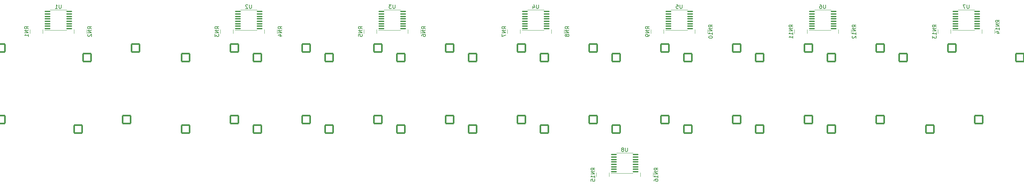
<source format=gbr>
%TF.GenerationSoftware,KiCad,Pcbnew,7.0.1*%
%TF.CreationDate,2023-05-09T15:13:21+09:00*%
%TF.ProjectId,Pherk60,50686572-6b36-4302-9e6b-696361645f70,rev?*%
%TF.SameCoordinates,Original*%
%TF.FileFunction,Legend,Bot*%
%TF.FilePolarity,Positive*%
%FSLAX46Y46*%
G04 Gerber Fmt 4.6, Leading zero omitted, Abs format (unit mm)*
G04 Created by KiCad (PCBNEW 7.0.1) date 2023-05-09 15:13:21*
%MOMM*%
%LPD*%
G01*
G04 APERTURE LIST*
G04 Aperture macros list*
%AMRoundRect*
0 Rectangle with rounded corners*
0 $1 Rounding radius*
0 $2 $3 $4 $5 $6 $7 $8 $9 X,Y pos of 4 corners*
0 Add a 4 corners polygon primitive as box body*
4,1,4,$2,$3,$4,$5,$6,$7,$8,$9,$2,$3,0*
0 Add four circle primitives for the rounded corners*
1,1,$1+$1,$2,$3*
1,1,$1+$1,$4,$5*
1,1,$1+$1,$6,$7*
1,1,$1+$1,$8,$9*
0 Add four rect primitives between the rounded corners*
20,1,$1+$1,$2,$3,$4,$5,0*
20,1,$1+$1,$4,$5,$6,$7,0*
20,1,$1+$1,$6,$7,$8,$9,0*
20,1,$1+$1,$8,$9,$2,$3,0*%
G04 Aperture macros list end*
%ADD10C,0.150000*%
%ADD11C,0.120000*%
%ADD12C,1.701800*%
%ADD13C,3.000000*%
%ADD14C,3.987800*%
%ADD15RoundRect,0.200000X-1.075000X-1.050000X1.075000X-1.050000X1.075000X1.050000X-1.075000X1.050000X0*%
%ADD16C,3.048000*%
%ADD17R,0.500000X0.800000*%
%ADD18R,0.400000X0.800000*%
%ADD19RoundRect,0.100000X-0.637500X-0.100000X0.637500X-0.100000X0.637500X0.100000X-0.637500X0.100000X0*%
%ADD20C,1.600000*%
G04 APERTURE END LIST*
D10*
%TO.C,RN3*%
X96982619Y-66048023D02*
X96506428Y-65714690D01*
X96982619Y-65476595D02*
X95982619Y-65476595D01*
X95982619Y-65476595D02*
X95982619Y-65857547D01*
X95982619Y-65857547D02*
X96030238Y-65952785D01*
X96030238Y-65952785D02*
X96077857Y-66000404D01*
X96077857Y-66000404D02*
X96173095Y-66048023D01*
X96173095Y-66048023D02*
X96315952Y-66048023D01*
X96315952Y-66048023D02*
X96411190Y-66000404D01*
X96411190Y-66000404D02*
X96458809Y-65952785D01*
X96458809Y-65952785D02*
X96506428Y-65857547D01*
X96506428Y-65857547D02*
X96506428Y-65476595D01*
X96982619Y-66476595D02*
X95982619Y-66476595D01*
X95982619Y-66476595D02*
X96982619Y-67048023D01*
X96982619Y-67048023D02*
X95982619Y-67048023D01*
X95982619Y-67428976D02*
X95982619Y-68048023D01*
X95982619Y-68048023D02*
X96363571Y-67714690D01*
X96363571Y-67714690D02*
X96363571Y-67857547D01*
X96363571Y-67857547D02*
X96411190Y-67952785D01*
X96411190Y-67952785D02*
X96458809Y-68000404D01*
X96458809Y-68000404D02*
X96554047Y-68048023D01*
X96554047Y-68048023D02*
X96792142Y-68048023D01*
X96792142Y-68048023D02*
X96887380Y-68000404D01*
X96887380Y-68000404D02*
X96935000Y-67952785D01*
X96935000Y-67952785D02*
X96982619Y-67857547D01*
X96982619Y-67857547D02*
X96982619Y-67571833D01*
X96982619Y-67571833D02*
X96935000Y-67476595D01*
X96935000Y-67476595D02*
X96887380Y-67428976D01*
%TO.C,RN7*%
X173182619Y-66048023D02*
X172706428Y-65714690D01*
X173182619Y-65476595D02*
X172182619Y-65476595D01*
X172182619Y-65476595D02*
X172182619Y-65857547D01*
X172182619Y-65857547D02*
X172230238Y-65952785D01*
X172230238Y-65952785D02*
X172277857Y-66000404D01*
X172277857Y-66000404D02*
X172373095Y-66048023D01*
X172373095Y-66048023D02*
X172515952Y-66048023D01*
X172515952Y-66048023D02*
X172611190Y-66000404D01*
X172611190Y-66000404D02*
X172658809Y-65952785D01*
X172658809Y-65952785D02*
X172706428Y-65857547D01*
X172706428Y-65857547D02*
X172706428Y-65476595D01*
X173182619Y-66476595D02*
X172182619Y-66476595D01*
X172182619Y-66476595D02*
X173182619Y-67048023D01*
X173182619Y-67048023D02*
X172182619Y-67048023D01*
X172182619Y-67428976D02*
X172182619Y-68095642D01*
X172182619Y-68095642D02*
X173182619Y-67667071D01*
%TO.C,U8*%
X205485904Y-97697119D02*
X205485904Y-98506642D01*
X205485904Y-98506642D02*
X205438285Y-98601880D01*
X205438285Y-98601880D02*
X205390666Y-98649500D01*
X205390666Y-98649500D02*
X205295428Y-98697119D01*
X205295428Y-98697119D02*
X205104952Y-98697119D01*
X205104952Y-98697119D02*
X205009714Y-98649500D01*
X205009714Y-98649500D02*
X204962095Y-98601880D01*
X204962095Y-98601880D02*
X204914476Y-98506642D01*
X204914476Y-98506642D02*
X204914476Y-97697119D01*
X204295428Y-98125690D02*
X204390666Y-98078071D01*
X204390666Y-98078071D02*
X204438285Y-98030452D01*
X204438285Y-98030452D02*
X204485904Y-97935214D01*
X204485904Y-97935214D02*
X204485904Y-97887595D01*
X204485904Y-97887595D02*
X204438285Y-97792357D01*
X204438285Y-97792357D02*
X204390666Y-97744738D01*
X204390666Y-97744738D02*
X204295428Y-97697119D01*
X204295428Y-97697119D02*
X204104952Y-97697119D01*
X204104952Y-97697119D02*
X204009714Y-97744738D01*
X204009714Y-97744738D02*
X203962095Y-97792357D01*
X203962095Y-97792357D02*
X203914476Y-97887595D01*
X203914476Y-97887595D02*
X203914476Y-97935214D01*
X203914476Y-97935214D02*
X203962095Y-98030452D01*
X203962095Y-98030452D02*
X204009714Y-98078071D01*
X204009714Y-98078071D02*
X204104952Y-98125690D01*
X204104952Y-98125690D02*
X204295428Y-98125690D01*
X204295428Y-98125690D02*
X204390666Y-98173309D01*
X204390666Y-98173309D02*
X204438285Y-98220928D01*
X204438285Y-98220928D02*
X204485904Y-98316166D01*
X204485904Y-98316166D02*
X204485904Y-98506642D01*
X204485904Y-98506642D02*
X204438285Y-98601880D01*
X204438285Y-98601880D02*
X204390666Y-98649500D01*
X204390666Y-98649500D02*
X204295428Y-98697119D01*
X204295428Y-98697119D02*
X204104952Y-98697119D01*
X204104952Y-98697119D02*
X204009714Y-98649500D01*
X204009714Y-98649500D02*
X203962095Y-98601880D01*
X203962095Y-98601880D02*
X203914476Y-98506642D01*
X203914476Y-98506642D02*
X203914476Y-98316166D01*
X203914476Y-98316166D02*
X203962095Y-98220928D01*
X203962095Y-98220928D02*
X204009714Y-98173309D01*
X204009714Y-98173309D02*
X204104952Y-98125690D01*
%TO.C,RN5*%
X135082619Y-66048023D02*
X134606428Y-65714690D01*
X135082619Y-65476595D02*
X134082619Y-65476595D01*
X134082619Y-65476595D02*
X134082619Y-65857547D01*
X134082619Y-65857547D02*
X134130238Y-65952785D01*
X134130238Y-65952785D02*
X134177857Y-66000404D01*
X134177857Y-66000404D02*
X134273095Y-66048023D01*
X134273095Y-66048023D02*
X134415952Y-66048023D01*
X134415952Y-66048023D02*
X134511190Y-66000404D01*
X134511190Y-66000404D02*
X134558809Y-65952785D01*
X134558809Y-65952785D02*
X134606428Y-65857547D01*
X134606428Y-65857547D02*
X134606428Y-65476595D01*
X135082619Y-66476595D02*
X134082619Y-66476595D01*
X134082619Y-66476595D02*
X135082619Y-67048023D01*
X135082619Y-67048023D02*
X134082619Y-67048023D01*
X134082619Y-68000404D02*
X134082619Y-67524214D01*
X134082619Y-67524214D02*
X134558809Y-67476595D01*
X134558809Y-67476595D02*
X134511190Y-67524214D01*
X134511190Y-67524214D02*
X134463571Y-67619452D01*
X134463571Y-67619452D02*
X134463571Y-67857547D01*
X134463571Y-67857547D02*
X134511190Y-67952785D01*
X134511190Y-67952785D02*
X134558809Y-68000404D01*
X134558809Y-68000404D02*
X134654047Y-68048023D01*
X134654047Y-68048023D02*
X134892142Y-68048023D01*
X134892142Y-68048023D02*
X134987380Y-68000404D01*
X134987380Y-68000404D02*
X135035000Y-67952785D01*
X135035000Y-67952785D02*
X135082619Y-67857547D01*
X135082619Y-67857547D02*
X135082619Y-67619452D01*
X135082619Y-67619452D02*
X135035000Y-67524214D01*
X135035000Y-67524214D02*
X134987380Y-67476595D01*
%TO.C,RN15*%
X196804619Y-103671833D02*
X196328428Y-103338500D01*
X196804619Y-103100405D02*
X195804619Y-103100405D01*
X195804619Y-103100405D02*
X195804619Y-103481357D01*
X195804619Y-103481357D02*
X195852238Y-103576595D01*
X195852238Y-103576595D02*
X195899857Y-103624214D01*
X195899857Y-103624214D02*
X195995095Y-103671833D01*
X195995095Y-103671833D02*
X196137952Y-103671833D01*
X196137952Y-103671833D02*
X196233190Y-103624214D01*
X196233190Y-103624214D02*
X196280809Y-103576595D01*
X196280809Y-103576595D02*
X196328428Y-103481357D01*
X196328428Y-103481357D02*
X196328428Y-103100405D01*
X196804619Y-104100405D02*
X195804619Y-104100405D01*
X195804619Y-104100405D02*
X196804619Y-104671833D01*
X196804619Y-104671833D02*
X195804619Y-104671833D01*
X196804619Y-105671833D02*
X196804619Y-105100405D01*
X196804619Y-105386119D02*
X195804619Y-105386119D01*
X195804619Y-105386119D02*
X195947476Y-105290881D01*
X195947476Y-105290881D02*
X196042714Y-105195643D01*
X196042714Y-105195643D02*
X196090333Y-105100405D01*
X195804619Y-106576595D02*
X195804619Y-106100405D01*
X195804619Y-106100405D02*
X196280809Y-106052786D01*
X196280809Y-106052786D02*
X196233190Y-106100405D01*
X196233190Y-106100405D02*
X196185571Y-106195643D01*
X196185571Y-106195643D02*
X196185571Y-106433738D01*
X196185571Y-106433738D02*
X196233190Y-106528976D01*
X196233190Y-106528976D02*
X196280809Y-106576595D01*
X196280809Y-106576595D02*
X196376047Y-106624214D01*
X196376047Y-106624214D02*
X196614142Y-106624214D01*
X196614142Y-106624214D02*
X196709380Y-106576595D01*
X196709380Y-106576595D02*
X196757000Y-106528976D01*
X196757000Y-106528976D02*
X196804619Y-106433738D01*
X196804619Y-106433738D02*
X196804619Y-106195643D01*
X196804619Y-106195643D02*
X196757000Y-106100405D01*
X196757000Y-106100405D02*
X196709380Y-106052786D01*
%TO.C,RN4*%
X113746619Y-66048023D02*
X113270428Y-65714690D01*
X113746619Y-65476595D02*
X112746619Y-65476595D01*
X112746619Y-65476595D02*
X112746619Y-65857547D01*
X112746619Y-65857547D02*
X112794238Y-65952785D01*
X112794238Y-65952785D02*
X112841857Y-66000404D01*
X112841857Y-66000404D02*
X112937095Y-66048023D01*
X112937095Y-66048023D02*
X113079952Y-66048023D01*
X113079952Y-66048023D02*
X113175190Y-66000404D01*
X113175190Y-66000404D02*
X113222809Y-65952785D01*
X113222809Y-65952785D02*
X113270428Y-65857547D01*
X113270428Y-65857547D02*
X113270428Y-65476595D01*
X113746619Y-66476595D02*
X112746619Y-66476595D01*
X112746619Y-66476595D02*
X113746619Y-67048023D01*
X113746619Y-67048023D02*
X112746619Y-67048023D01*
X113079952Y-67952785D02*
X113746619Y-67952785D01*
X112699000Y-67714690D02*
X113413285Y-67476595D01*
X113413285Y-67476595D02*
X113413285Y-68095642D01*
%TO.C,RN6*%
X151846619Y-66048023D02*
X151370428Y-65714690D01*
X151846619Y-65476595D02*
X150846619Y-65476595D01*
X150846619Y-65476595D02*
X150846619Y-65857547D01*
X150846619Y-65857547D02*
X150894238Y-65952785D01*
X150894238Y-65952785D02*
X150941857Y-66000404D01*
X150941857Y-66000404D02*
X151037095Y-66048023D01*
X151037095Y-66048023D02*
X151179952Y-66048023D01*
X151179952Y-66048023D02*
X151275190Y-66000404D01*
X151275190Y-66000404D02*
X151322809Y-65952785D01*
X151322809Y-65952785D02*
X151370428Y-65857547D01*
X151370428Y-65857547D02*
X151370428Y-65476595D01*
X151846619Y-66476595D02*
X150846619Y-66476595D01*
X150846619Y-66476595D02*
X151846619Y-67048023D01*
X151846619Y-67048023D02*
X150846619Y-67048023D01*
X150846619Y-67952785D02*
X150846619Y-67762309D01*
X150846619Y-67762309D02*
X150894238Y-67667071D01*
X150894238Y-67667071D02*
X150941857Y-67619452D01*
X150941857Y-67619452D02*
X151084714Y-67524214D01*
X151084714Y-67524214D02*
X151275190Y-67476595D01*
X151275190Y-67476595D02*
X151656142Y-67476595D01*
X151656142Y-67476595D02*
X151751380Y-67524214D01*
X151751380Y-67524214D02*
X151799000Y-67571833D01*
X151799000Y-67571833D02*
X151846619Y-67667071D01*
X151846619Y-67667071D02*
X151846619Y-67857547D01*
X151846619Y-67857547D02*
X151799000Y-67952785D01*
X151799000Y-67952785D02*
X151751380Y-68000404D01*
X151751380Y-68000404D02*
X151656142Y-68048023D01*
X151656142Y-68048023D02*
X151418047Y-68048023D01*
X151418047Y-68048023D02*
X151322809Y-68000404D01*
X151322809Y-68000404D02*
X151275190Y-67952785D01*
X151275190Y-67952785D02*
X151227571Y-67857547D01*
X151227571Y-67857547D02*
X151227571Y-67667071D01*
X151227571Y-67667071D02*
X151275190Y-67571833D01*
X151275190Y-67571833D02*
X151322809Y-67524214D01*
X151322809Y-67524214D02*
X151418047Y-67476595D01*
%TO.C,RN12*%
X266146619Y-65571833D02*
X265670428Y-65238500D01*
X266146619Y-65000405D02*
X265146619Y-65000405D01*
X265146619Y-65000405D02*
X265146619Y-65381357D01*
X265146619Y-65381357D02*
X265194238Y-65476595D01*
X265194238Y-65476595D02*
X265241857Y-65524214D01*
X265241857Y-65524214D02*
X265337095Y-65571833D01*
X265337095Y-65571833D02*
X265479952Y-65571833D01*
X265479952Y-65571833D02*
X265575190Y-65524214D01*
X265575190Y-65524214D02*
X265622809Y-65476595D01*
X265622809Y-65476595D02*
X265670428Y-65381357D01*
X265670428Y-65381357D02*
X265670428Y-65000405D01*
X266146619Y-66000405D02*
X265146619Y-66000405D01*
X265146619Y-66000405D02*
X266146619Y-66571833D01*
X266146619Y-66571833D02*
X265146619Y-66571833D01*
X266146619Y-67571833D02*
X266146619Y-67000405D01*
X266146619Y-67286119D02*
X265146619Y-67286119D01*
X265146619Y-67286119D02*
X265289476Y-67190881D01*
X265289476Y-67190881D02*
X265384714Y-67095643D01*
X265384714Y-67095643D02*
X265432333Y-67000405D01*
X265241857Y-67952786D02*
X265194238Y-68000405D01*
X265194238Y-68000405D02*
X265146619Y-68095643D01*
X265146619Y-68095643D02*
X265146619Y-68333738D01*
X265146619Y-68333738D02*
X265194238Y-68428976D01*
X265194238Y-68428976D02*
X265241857Y-68476595D01*
X265241857Y-68476595D02*
X265337095Y-68524214D01*
X265337095Y-68524214D02*
X265432333Y-68524214D01*
X265432333Y-68524214D02*
X265575190Y-68476595D01*
X265575190Y-68476595D02*
X266146619Y-67905167D01*
X266146619Y-67905167D02*
X266146619Y-68524214D01*
%TO.C,U4*%
X181863904Y-59597119D02*
X181863904Y-60406642D01*
X181863904Y-60406642D02*
X181816285Y-60501880D01*
X181816285Y-60501880D02*
X181768666Y-60549500D01*
X181768666Y-60549500D02*
X181673428Y-60597119D01*
X181673428Y-60597119D02*
X181482952Y-60597119D01*
X181482952Y-60597119D02*
X181387714Y-60549500D01*
X181387714Y-60549500D02*
X181340095Y-60501880D01*
X181340095Y-60501880D02*
X181292476Y-60406642D01*
X181292476Y-60406642D02*
X181292476Y-59597119D01*
X180387714Y-59930452D02*
X180387714Y-60597119D01*
X180625809Y-59549500D02*
X180863904Y-60263785D01*
X180863904Y-60263785D02*
X180244857Y-60263785D01*
%TO.C,RN1*%
X46436619Y-66048023D02*
X45960428Y-65714690D01*
X46436619Y-65476595D02*
X45436619Y-65476595D01*
X45436619Y-65476595D02*
X45436619Y-65857547D01*
X45436619Y-65857547D02*
X45484238Y-65952785D01*
X45484238Y-65952785D02*
X45531857Y-66000404D01*
X45531857Y-66000404D02*
X45627095Y-66048023D01*
X45627095Y-66048023D02*
X45769952Y-66048023D01*
X45769952Y-66048023D02*
X45865190Y-66000404D01*
X45865190Y-66000404D02*
X45912809Y-65952785D01*
X45912809Y-65952785D02*
X45960428Y-65857547D01*
X45960428Y-65857547D02*
X45960428Y-65476595D01*
X46436619Y-66476595D02*
X45436619Y-66476595D01*
X45436619Y-66476595D02*
X46436619Y-67048023D01*
X46436619Y-67048023D02*
X45436619Y-67048023D01*
X46436619Y-68048023D02*
X46436619Y-67476595D01*
X46436619Y-67762309D02*
X45436619Y-67762309D01*
X45436619Y-67762309D02*
X45579476Y-67667071D01*
X45579476Y-67667071D02*
X45674714Y-67571833D01*
X45674714Y-67571833D02*
X45722333Y-67476595D01*
%TO.C,RN8*%
X189946619Y-66048023D02*
X189470428Y-65714690D01*
X189946619Y-65476595D02*
X188946619Y-65476595D01*
X188946619Y-65476595D02*
X188946619Y-65857547D01*
X188946619Y-65857547D02*
X188994238Y-65952785D01*
X188994238Y-65952785D02*
X189041857Y-66000404D01*
X189041857Y-66000404D02*
X189137095Y-66048023D01*
X189137095Y-66048023D02*
X189279952Y-66048023D01*
X189279952Y-66048023D02*
X189375190Y-66000404D01*
X189375190Y-66000404D02*
X189422809Y-65952785D01*
X189422809Y-65952785D02*
X189470428Y-65857547D01*
X189470428Y-65857547D02*
X189470428Y-65476595D01*
X189946619Y-66476595D02*
X188946619Y-66476595D01*
X188946619Y-66476595D02*
X189946619Y-67048023D01*
X189946619Y-67048023D02*
X188946619Y-67048023D01*
X189375190Y-67667071D02*
X189327571Y-67571833D01*
X189327571Y-67571833D02*
X189279952Y-67524214D01*
X189279952Y-67524214D02*
X189184714Y-67476595D01*
X189184714Y-67476595D02*
X189137095Y-67476595D01*
X189137095Y-67476595D02*
X189041857Y-67524214D01*
X189041857Y-67524214D02*
X188994238Y-67571833D01*
X188994238Y-67571833D02*
X188946619Y-67667071D01*
X188946619Y-67667071D02*
X188946619Y-67857547D01*
X188946619Y-67857547D02*
X188994238Y-67952785D01*
X188994238Y-67952785D02*
X189041857Y-68000404D01*
X189041857Y-68000404D02*
X189137095Y-68048023D01*
X189137095Y-68048023D02*
X189184714Y-68048023D01*
X189184714Y-68048023D02*
X189279952Y-68000404D01*
X189279952Y-68000404D02*
X189327571Y-67952785D01*
X189327571Y-67952785D02*
X189375190Y-67857547D01*
X189375190Y-67857547D02*
X189375190Y-67667071D01*
X189375190Y-67667071D02*
X189422809Y-67571833D01*
X189422809Y-67571833D02*
X189470428Y-67524214D01*
X189470428Y-67524214D02*
X189565666Y-67476595D01*
X189565666Y-67476595D02*
X189756142Y-67476595D01*
X189756142Y-67476595D02*
X189851380Y-67524214D01*
X189851380Y-67524214D02*
X189899000Y-67571833D01*
X189899000Y-67571833D02*
X189946619Y-67667071D01*
X189946619Y-67667071D02*
X189946619Y-67857547D01*
X189946619Y-67857547D02*
X189899000Y-67952785D01*
X189899000Y-67952785D02*
X189851380Y-68000404D01*
X189851380Y-68000404D02*
X189756142Y-68048023D01*
X189756142Y-68048023D02*
X189565666Y-68048023D01*
X189565666Y-68048023D02*
X189470428Y-68000404D01*
X189470428Y-68000404D02*
X189422809Y-67952785D01*
X189422809Y-67952785D02*
X189375190Y-67857547D01*
%TO.C,RN2*%
X63200619Y-66048023D02*
X62724428Y-65714690D01*
X63200619Y-65476595D02*
X62200619Y-65476595D01*
X62200619Y-65476595D02*
X62200619Y-65857547D01*
X62200619Y-65857547D02*
X62248238Y-65952785D01*
X62248238Y-65952785D02*
X62295857Y-66000404D01*
X62295857Y-66000404D02*
X62391095Y-66048023D01*
X62391095Y-66048023D02*
X62533952Y-66048023D01*
X62533952Y-66048023D02*
X62629190Y-66000404D01*
X62629190Y-66000404D02*
X62676809Y-65952785D01*
X62676809Y-65952785D02*
X62724428Y-65857547D01*
X62724428Y-65857547D02*
X62724428Y-65476595D01*
X63200619Y-66476595D02*
X62200619Y-66476595D01*
X62200619Y-66476595D02*
X63200619Y-67048023D01*
X63200619Y-67048023D02*
X62200619Y-67048023D01*
X62295857Y-67476595D02*
X62248238Y-67524214D01*
X62248238Y-67524214D02*
X62200619Y-67619452D01*
X62200619Y-67619452D02*
X62200619Y-67857547D01*
X62200619Y-67857547D02*
X62248238Y-67952785D01*
X62248238Y-67952785D02*
X62295857Y-68000404D01*
X62295857Y-68000404D02*
X62391095Y-68048023D01*
X62391095Y-68048023D02*
X62486333Y-68048023D01*
X62486333Y-68048023D02*
X62629190Y-68000404D01*
X62629190Y-68000404D02*
X63200619Y-67428976D01*
X63200619Y-67428976D02*
X63200619Y-68048023D01*
%TO.C,U7*%
X296163904Y-59597119D02*
X296163904Y-60406642D01*
X296163904Y-60406642D02*
X296116285Y-60501880D01*
X296116285Y-60501880D02*
X296068666Y-60549500D01*
X296068666Y-60549500D02*
X295973428Y-60597119D01*
X295973428Y-60597119D02*
X295782952Y-60597119D01*
X295782952Y-60597119D02*
X295687714Y-60549500D01*
X295687714Y-60549500D02*
X295640095Y-60501880D01*
X295640095Y-60501880D02*
X295592476Y-60406642D01*
X295592476Y-60406642D02*
X295592476Y-59597119D01*
X295211523Y-59597119D02*
X294544857Y-59597119D01*
X294544857Y-59597119D02*
X294973428Y-60597119D01*
%TO.C,RN16*%
X213568619Y-103671833D02*
X213092428Y-103338500D01*
X213568619Y-103100405D02*
X212568619Y-103100405D01*
X212568619Y-103100405D02*
X212568619Y-103481357D01*
X212568619Y-103481357D02*
X212616238Y-103576595D01*
X212616238Y-103576595D02*
X212663857Y-103624214D01*
X212663857Y-103624214D02*
X212759095Y-103671833D01*
X212759095Y-103671833D02*
X212901952Y-103671833D01*
X212901952Y-103671833D02*
X212997190Y-103624214D01*
X212997190Y-103624214D02*
X213044809Y-103576595D01*
X213044809Y-103576595D02*
X213092428Y-103481357D01*
X213092428Y-103481357D02*
X213092428Y-103100405D01*
X213568619Y-104100405D02*
X212568619Y-104100405D01*
X212568619Y-104100405D02*
X213568619Y-104671833D01*
X213568619Y-104671833D02*
X212568619Y-104671833D01*
X213568619Y-105671833D02*
X213568619Y-105100405D01*
X213568619Y-105386119D02*
X212568619Y-105386119D01*
X212568619Y-105386119D02*
X212711476Y-105290881D01*
X212711476Y-105290881D02*
X212806714Y-105195643D01*
X212806714Y-105195643D02*
X212854333Y-105100405D01*
X212568619Y-106528976D02*
X212568619Y-106338500D01*
X212568619Y-106338500D02*
X212616238Y-106243262D01*
X212616238Y-106243262D02*
X212663857Y-106195643D01*
X212663857Y-106195643D02*
X212806714Y-106100405D01*
X212806714Y-106100405D02*
X212997190Y-106052786D01*
X212997190Y-106052786D02*
X213378142Y-106052786D01*
X213378142Y-106052786D02*
X213473380Y-106100405D01*
X213473380Y-106100405D02*
X213521000Y-106148024D01*
X213521000Y-106148024D02*
X213568619Y-106243262D01*
X213568619Y-106243262D02*
X213568619Y-106433738D01*
X213568619Y-106433738D02*
X213521000Y-106528976D01*
X213521000Y-106528976D02*
X213473380Y-106576595D01*
X213473380Y-106576595D02*
X213378142Y-106624214D01*
X213378142Y-106624214D02*
X213140047Y-106624214D01*
X213140047Y-106624214D02*
X213044809Y-106576595D01*
X213044809Y-106576595D02*
X212997190Y-106528976D01*
X212997190Y-106528976D02*
X212949571Y-106433738D01*
X212949571Y-106433738D02*
X212949571Y-106243262D01*
X212949571Y-106243262D02*
X212997190Y-106148024D01*
X212997190Y-106148024D02*
X213044809Y-106100405D01*
X213044809Y-106100405D02*
X213140047Y-106052786D01*
%TO.C,RN11*%
X249382619Y-65571833D02*
X248906428Y-65238500D01*
X249382619Y-65000405D02*
X248382619Y-65000405D01*
X248382619Y-65000405D02*
X248382619Y-65381357D01*
X248382619Y-65381357D02*
X248430238Y-65476595D01*
X248430238Y-65476595D02*
X248477857Y-65524214D01*
X248477857Y-65524214D02*
X248573095Y-65571833D01*
X248573095Y-65571833D02*
X248715952Y-65571833D01*
X248715952Y-65571833D02*
X248811190Y-65524214D01*
X248811190Y-65524214D02*
X248858809Y-65476595D01*
X248858809Y-65476595D02*
X248906428Y-65381357D01*
X248906428Y-65381357D02*
X248906428Y-65000405D01*
X249382619Y-66000405D02*
X248382619Y-66000405D01*
X248382619Y-66000405D02*
X249382619Y-66571833D01*
X249382619Y-66571833D02*
X248382619Y-66571833D01*
X249382619Y-67571833D02*
X249382619Y-67000405D01*
X249382619Y-67286119D02*
X248382619Y-67286119D01*
X248382619Y-67286119D02*
X248525476Y-67190881D01*
X248525476Y-67190881D02*
X248620714Y-67095643D01*
X248620714Y-67095643D02*
X248668333Y-67000405D01*
X249382619Y-68524214D02*
X249382619Y-67952786D01*
X249382619Y-68238500D02*
X248382619Y-68238500D01*
X248382619Y-68238500D02*
X248525476Y-68143262D01*
X248525476Y-68143262D02*
X248620714Y-68048024D01*
X248620714Y-68048024D02*
X248668333Y-67952786D01*
%TO.C,RN13*%
X287482619Y-65571833D02*
X287006428Y-65238500D01*
X287482619Y-65000405D02*
X286482619Y-65000405D01*
X286482619Y-65000405D02*
X286482619Y-65381357D01*
X286482619Y-65381357D02*
X286530238Y-65476595D01*
X286530238Y-65476595D02*
X286577857Y-65524214D01*
X286577857Y-65524214D02*
X286673095Y-65571833D01*
X286673095Y-65571833D02*
X286815952Y-65571833D01*
X286815952Y-65571833D02*
X286911190Y-65524214D01*
X286911190Y-65524214D02*
X286958809Y-65476595D01*
X286958809Y-65476595D02*
X287006428Y-65381357D01*
X287006428Y-65381357D02*
X287006428Y-65000405D01*
X287482619Y-66000405D02*
X286482619Y-66000405D01*
X286482619Y-66000405D02*
X287482619Y-66571833D01*
X287482619Y-66571833D02*
X286482619Y-66571833D01*
X287482619Y-67571833D02*
X287482619Y-67000405D01*
X287482619Y-67286119D02*
X286482619Y-67286119D01*
X286482619Y-67286119D02*
X286625476Y-67190881D01*
X286625476Y-67190881D02*
X286720714Y-67095643D01*
X286720714Y-67095643D02*
X286768333Y-67000405D01*
X286482619Y-67905167D02*
X286482619Y-68524214D01*
X286482619Y-68524214D02*
X286863571Y-68190881D01*
X286863571Y-68190881D02*
X286863571Y-68333738D01*
X286863571Y-68333738D02*
X286911190Y-68428976D01*
X286911190Y-68428976D02*
X286958809Y-68476595D01*
X286958809Y-68476595D02*
X287054047Y-68524214D01*
X287054047Y-68524214D02*
X287292142Y-68524214D01*
X287292142Y-68524214D02*
X287387380Y-68476595D01*
X287387380Y-68476595D02*
X287435000Y-68428976D01*
X287435000Y-68428976D02*
X287482619Y-68333738D01*
X287482619Y-68333738D02*
X287482619Y-68048024D01*
X287482619Y-68048024D02*
X287435000Y-67952786D01*
X287435000Y-67952786D02*
X287387380Y-67905167D01*
%TO.C,RN9*%
X211282619Y-66048023D02*
X210806428Y-65714690D01*
X211282619Y-65476595D02*
X210282619Y-65476595D01*
X210282619Y-65476595D02*
X210282619Y-65857547D01*
X210282619Y-65857547D02*
X210330238Y-65952785D01*
X210330238Y-65952785D02*
X210377857Y-66000404D01*
X210377857Y-66000404D02*
X210473095Y-66048023D01*
X210473095Y-66048023D02*
X210615952Y-66048023D01*
X210615952Y-66048023D02*
X210711190Y-66000404D01*
X210711190Y-66000404D02*
X210758809Y-65952785D01*
X210758809Y-65952785D02*
X210806428Y-65857547D01*
X210806428Y-65857547D02*
X210806428Y-65476595D01*
X211282619Y-66476595D02*
X210282619Y-66476595D01*
X210282619Y-66476595D02*
X211282619Y-67048023D01*
X211282619Y-67048023D02*
X210282619Y-67048023D01*
X211282619Y-67571833D02*
X211282619Y-67762309D01*
X211282619Y-67762309D02*
X211235000Y-67857547D01*
X211235000Y-67857547D02*
X211187380Y-67905166D01*
X211187380Y-67905166D02*
X211044523Y-68000404D01*
X211044523Y-68000404D02*
X210854047Y-68048023D01*
X210854047Y-68048023D02*
X210473095Y-68048023D01*
X210473095Y-68048023D02*
X210377857Y-68000404D01*
X210377857Y-68000404D02*
X210330238Y-67952785D01*
X210330238Y-67952785D02*
X210282619Y-67857547D01*
X210282619Y-67857547D02*
X210282619Y-67667071D01*
X210282619Y-67667071D02*
X210330238Y-67571833D01*
X210330238Y-67571833D02*
X210377857Y-67524214D01*
X210377857Y-67524214D02*
X210473095Y-67476595D01*
X210473095Y-67476595D02*
X210711190Y-67476595D01*
X210711190Y-67476595D02*
X210806428Y-67524214D01*
X210806428Y-67524214D02*
X210854047Y-67571833D01*
X210854047Y-67571833D02*
X210901666Y-67667071D01*
X210901666Y-67667071D02*
X210901666Y-67857547D01*
X210901666Y-67857547D02*
X210854047Y-67952785D01*
X210854047Y-67952785D02*
X210806428Y-68000404D01*
X210806428Y-68000404D02*
X210711190Y-68048023D01*
%TO.C,U5*%
X219963904Y-59597119D02*
X219963904Y-60406642D01*
X219963904Y-60406642D02*
X219916285Y-60501880D01*
X219916285Y-60501880D02*
X219868666Y-60549500D01*
X219868666Y-60549500D02*
X219773428Y-60597119D01*
X219773428Y-60597119D02*
X219582952Y-60597119D01*
X219582952Y-60597119D02*
X219487714Y-60549500D01*
X219487714Y-60549500D02*
X219440095Y-60501880D01*
X219440095Y-60501880D02*
X219392476Y-60406642D01*
X219392476Y-60406642D02*
X219392476Y-59597119D01*
X218440095Y-59597119D02*
X218916285Y-59597119D01*
X218916285Y-59597119D02*
X218963904Y-60073309D01*
X218963904Y-60073309D02*
X218916285Y-60025690D01*
X218916285Y-60025690D02*
X218821047Y-59978071D01*
X218821047Y-59978071D02*
X218582952Y-59978071D01*
X218582952Y-59978071D02*
X218487714Y-60025690D01*
X218487714Y-60025690D02*
X218440095Y-60073309D01*
X218440095Y-60073309D02*
X218392476Y-60168547D01*
X218392476Y-60168547D02*
X218392476Y-60406642D01*
X218392476Y-60406642D02*
X218440095Y-60501880D01*
X218440095Y-60501880D02*
X218487714Y-60549500D01*
X218487714Y-60549500D02*
X218582952Y-60597119D01*
X218582952Y-60597119D02*
X218821047Y-60597119D01*
X218821047Y-60597119D02*
X218916285Y-60549500D01*
X218916285Y-60549500D02*
X218963904Y-60501880D01*
%TO.C,U1*%
X55117904Y-59597119D02*
X55117904Y-60406642D01*
X55117904Y-60406642D02*
X55070285Y-60501880D01*
X55070285Y-60501880D02*
X55022666Y-60549500D01*
X55022666Y-60549500D02*
X54927428Y-60597119D01*
X54927428Y-60597119D02*
X54736952Y-60597119D01*
X54736952Y-60597119D02*
X54641714Y-60549500D01*
X54641714Y-60549500D02*
X54594095Y-60501880D01*
X54594095Y-60501880D02*
X54546476Y-60406642D01*
X54546476Y-60406642D02*
X54546476Y-59597119D01*
X53546476Y-60597119D02*
X54117904Y-60597119D01*
X53832190Y-60597119D02*
X53832190Y-59597119D01*
X53832190Y-59597119D02*
X53927428Y-59739976D01*
X53927428Y-59739976D02*
X54022666Y-59835214D01*
X54022666Y-59835214D02*
X54117904Y-59882833D01*
%TO.C,U6*%
X258063904Y-59597119D02*
X258063904Y-60406642D01*
X258063904Y-60406642D02*
X258016285Y-60501880D01*
X258016285Y-60501880D02*
X257968666Y-60549500D01*
X257968666Y-60549500D02*
X257873428Y-60597119D01*
X257873428Y-60597119D02*
X257682952Y-60597119D01*
X257682952Y-60597119D02*
X257587714Y-60549500D01*
X257587714Y-60549500D02*
X257540095Y-60501880D01*
X257540095Y-60501880D02*
X257492476Y-60406642D01*
X257492476Y-60406642D02*
X257492476Y-59597119D01*
X256587714Y-59597119D02*
X256778190Y-59597119D01*
X256778190Y-59597119D02*
X256873428Y-59644738D01*
X256873428Y-59644738D02*
X256921047Y-59692357D01*
X256921047Y-59692357D02*
X257016285Y-59835214D01*
X257016285Y-59835214D02*
X257063904Y-60025690D01*
X257063904Y-60025690D02*
X257063904Y-60406642D01*
X257063904Y-60406642D02*
X257016285Y-60501880D01*
X257016285Y-60501880D02*
X256968666Y-60549500D01*
X256968666Y-60549500D02*
X256873428Y-60597119D01*
X256873428Y-60597119D02*
X256682952Y-60597119D01*
X256682952Y-60597119D02*
X256587714Y-60549500D01*
X256587714Y-60549500D02*
X256540095Y-60501880D01*
X256540095Y-60501880D02*
X256492476Y-60406642D01*
X256492476Y-60406642D02*
X256492476Y-60168547D01*
X256492476Y-60168547D02*
X256540095Y-60073309D01*
X256540095Y-60073309D02*
X256587714Y-60025690D01*
X256587714Y-60025690D02*
X256682952Y-59978071D01*
X256682952Y-59978071D02*
X256873428Y-59978071D01*
X256873428Y-59978071D02*
X256968666Y-60025690D01*
X256968666Y-60025690D02*
X257016285Y-60073309D01*
X257016285Y-60073309D02*
X257063904Y-60168547D01*
%TO.C,U3*%
X143763904Y-59597119D02*
X143763904Y-60406642D01*
X143763904Y-60406642D02*
X143716285Y-60501880D01*
X143716285Y-60501880D02*
X143668666Y-60549500D01*
X143668666Y-60549500D02*
X143573428Y-60597119D01*
X143573428Y-60597119D02*
X143382952Y-60597119D01*
X143382952Y-60597119D02*
X143287714Y-60549500D01*
X143287714Y-60549500D02*
X143240095Y-60501880D01*
X143240095Y-60501880D02*
X143192476Y-60406642D01*
X143192476Y-60406642D02*
X143192476Y-59597119D01*
X142811523Y-59597119D02*
X142192476Y-59597119D01*
X142192476Y-59597119D02*
X142525809Y-59978071D01*
X142525809Y-59978071D02*
X142382952Y-59978071D01*
X142382952Y-59978071D02*
X142287714Y-60025690D01*
X142287714Y-60025690D02*
X142240095Y-60073309D01*
X142240095Y-60073309D02*
X142192476Y-60168547D01*
X142192476Y-60168547D02*
X142192476Y-60406642D01*
X142192476Y-60406642D02*
X142240095Y-60501880D01*
X142240095Y-60501880D02*
X142287714Y-60549500D01*
X142287714Y-60549500D02*
X142382952Y-60597119D01*
X142382952Y-60597119D02*
X142668666Y-60597119D01*
X142668666Y-60597119D02*
X142763904Y-60549500D01*
X142763904Y-60549500D02*
X142811523Y-60501880D01*
%TO.C,U2*%
X105663904Y-59597119D02*
X105663904Y-60406642D01*
X105663904Y-60406642D02*
X105616285Y-60501880D01*
X105616285Y-60501880D02*
X105568666Y-60549500D01*
X105568666Y-60549500D02*
X105473428Y-60597119D01*
X105473428Y-60597119D02*
X105282952Y-60597119D01*
X105282952Y-60597119D02*
X105187714Y-60549500D01*
X105187714Y-60549500D02*
X105140095Y-60501880D01*
X105140095Y-60501880D02*
X105092476Y-60406642D01*
X105092476Y-60406642D02*
X105092476Y-59597119D01*
X104663904Y-59692357D02*
X104616285Y-59644738D01*
X104616285Y-59644738D02*
X104521047Y-59597119D01*
X104521047Y-59597119D02*
X104282952Y-59597119D01*
X104282952Y-59597119D02*
X104187714Y-59644738D01*
X104187714Y-59644738D02*
X104140095Y-59692357D01*
X104140095Y-59692357D02*
X104092476Y-59787595D01*
X104092476Y-59787595D02*
X104092476Y-59882833D01*
X104092476Y-59882833D02*
X104140095Y-60025690D01*
X104140095Y-60025690D02*
X104711523Y-60597119D01*
X104711523Y-60597119D02*
X104092476Y-60597119D01*
%TO.C,RN14*%
X304246619Y-64301833D02*
X303770428Y-63968500D01*
X304246619Y-63730405D02*
X303246619Y-63730405D01*
X303246619Y-63730405D02*
X303246619Y-64111357D01*
X303246619Y-64111357D02*
X303294238Y-64206595D01*
X303294238Y-64206595D02*
X303341857Y-64254214D01*
X303341857Y-64254214D02*
X303437095Y-64301833D01*
X303437095Y-64301833D02*
X303579952Y-64301833D01*
X303579952Y-64301833D02*
X303675190Y-64254214D01*
X303675190Y-64254214D02*
X303722809Y-64206595D01*
X303722809Y-64206595D02*
X303770428Y-64111357D01*
X303770428Y-64111357D02*
X303770428Y-63730405D01*
X304246619Y-64730405D02*
X303246619Y-64730405D01*
X303246619Y-64730405D02*
X304246619Y-65301833D01*
X304246619Y-65301833D02*
X303246619Y-65301833D01*
X304246619Y-66301833D02*
X304246619Y-65730405D01*
X304246619Y-66016119D02*
X303246619Y-66016119D01*
X303246619Y-66016119D02*
X303389476Y-65920881D01*
X303389476Y-65920881D02*
X303484714Y-65825643D01*
X303484714Y-65825643D02*
X303532333Y-65730405D01*
X303579952Y-67158976D02*
X304246619Y-67158976D01*
X303199000Y-66920881D02*
X303913285Y-66682786D01*
X303913285Y-66682786D02*
X303913285Y-67301833D01*
%TO.C,RN10*%
X228046619Y-65571833D02*
X227570428Y-65238500D01*
X228046619Y-65000405D02*
X227046619Y-65000405D01*
X227046619Y-65000405D02*
X227046619Y-65381357D01*
X227046619Y-65381357D02*
X227094238Y-65476595D01*
X227094238Y-65476595D02*
X227141857Y-65524214D01*
X227141857Y-65524214D02*
X227237095Y-65571833D01*
X227237095Y-65571833D02*
X227379952Y-65571833D01*
X227379952Y-65571833D02*
X227475190Y-65524214D01*
X227475190Y-65524214D02*
X227522809Y-65476595D01*
X227522809Y-65476595D02*
X227570428Y-65381357D01*
X227570428Y-65381357D02*
X227570428Y-65000405D01*
X228046619Y-66000405D02*
X227046619Y-66000405D01*
X227046619Y-66000405D02*
X228046619Y-66571833D01*
X228046619Y-66571833D02*
X227046619Y-66571833D01*
X228046619Y-67571833D02*
X228046619Y-67000405D01*
X228046619Y-67286119D02*
X227046619Y-67286119D01*
X227046619Y-67286119D02*
X227189476Y-67190881D01*
X227189476Y-67190881D02*
X227284714Y-67095643D01*
X227284714Y-67095643D02*
X227332333Y-67000405D01*
X227046619Y-68190881D02*
X227046619Y-68286119D01*
X227046619Y-68286119D02*
X227094238Y-68381357D01*
X227094238Y-68381357D02*
X227141857Y-68428976D01*
X227141857Y-68428976D02*
X227237095Y-68476595D01*
X227237095Y-68476595D02*
X227427571Y-68524214D01*
X227427571Y-68524214D02*
X227665666Y-68524214D01*
X227665666Y-68524214D02*
X227856142Y-68476595D01*
X227856142Y-68476595D02*
X227951380Y-68428976D01*
X227951380Y-68428976D02*
X227999000Y-68381357D01*
X227999000Y-68381357D02*
X228046619Y-68286119D01*
X228046619Y-68286119D02*
X228046619Y-68190881D01*
X228046619Y-68190881D02*
X227999000Y-68095643D01*
X227999000Y-68095643D02*
X227951380Y-68048024D01*
X227951380Y-68048024D02*
X227856142Y-68000405D01*
X227856142Y-68000405D02*
X227665666Y-67952786D01*
X227665666Y-67952786D02*
X227427571Y-67952786D01*
X227427571Y-67952786D02*
X227237095Y-68000405D01*
X227237095Y-68000405D02*
X227141857Y-68048024D01*
X227141857Y-68048024D02*
X227094238Y-68095643D01*
X227094238Y-68095643D02*
X227046619Y-68190881D01*
D11*
%TO.C,RN3*%
X97380000Y-66238500D02*
X97380000Y-67238500D01*
X100740000Y-66238500D02*
X100740000Y-67238500D01*
%TO.C,RN7*%
X173580000Y-66238500D02*
X173580000Y-67238500D01*
X176940000Y-66238500D02*
X176940000Y-67238500D01*
%TO.C,U8*%
X204724000Y-99055500D02*
X202524000Y-99055500D01*
X204724000Y-99055500D02*
X206924000Y-99055500D01*
X204724000Y-104525500D02*
X201124000Y-104525500D01*
X204724000Y-104525500D02*
X206924000Y-104525500D01*
%TO.C,RN5*%
X135480000Y-66238500D02*
X135480000Y-67238500D01*
X138840000Y-66238500D02*
X138840000Y-67238500D01*
%TO.C,RN15*%
X197202000Y-104338500D02*
X197202000Y-105338500D01*
X200562000Y-104338500D02*
X200562000Y-105338500D01*
%TO.C,RN4*%
X112424000Y-67238500D02*
X112424000Y-66238500D01*
X109064000Y-67238500D02*
X109064000Y-66238500D01*
%TO.C,RN6*%
X150524000Y-67238500D02*
X150524000Y-66238500D01*
X147164000Y-67238500D02*
X147164000Y-66238500D01*
%TO.C,RN12*%
X264824000Y-67238500D02*
X264824000Y-66238500D01*
X261464000Y-67238500D02*
X261464000Y-66238500D01*
%TO.C,U4*%
X181102000Y-60955500D02*
X178902000Y-60955500D01*
X181102000Y-60955500D02*
X183302000Y-60955500D01*
X181102000Y-66425500D02*
X177502000Y-66425500D01*
X181102000Y-66425500D02*
X183302000Y-66425500D01*
%TO.C,RN1*%
X46834000Y-66238500D02*
X46834000Y-67238500D01*
X50194000Y-66238500D02*
X50194000Y-67238500D01*
%TO.C,RN8*%
X188624000Y-67238500D02*
X188624000Y-66238500D01*
X185264000Y-67238500D02*
X185264000Y-66238500D01*
%TO.C,RN2*%
X61878000Y-67238500D02*
X61878000Y-66238500D01*
X58518000Y-67238500D02*
X58518000Y-66238500D01*
%TO.C,U7*%
X295402000Y-60955500D02*
X293202000Y-60955500D01*
X295402000Y-60955500D02*
X297602000Y-60955500D01*
X295402000Y-66425500D02*
X291802000Y-66425500D01*
X295402000Y-66425500D02*
X297602000Y-66425500D01*
%TO.C,RN16*%
X212246000Y-105338500D02*
X212246000Y-104338500D01*
X208886000Y-105338500D02*
X208886000Y-104338500D01*
%TO.C,RN11*%
X249780000Y-66238500D02*
X249780000Y-67238500D01*
X253140000Y-66238500D02*
X253140000Y-67238500D01*
%TO.C,RN13*%
X287880000Y-66238500D02*
X287880000Y-67238500D01*
X291240000Y-66238500D02*
X291240000Y-67238500D01*
%TO.C,RN9*%
X211680000Y-66238500D02*
X211680000Y-67238500D01*
X215040000Y-66238500D02*
X215040000Y-67238500D01*
%TO.C,U5*%
X219202000Y-60955500D02*
X217002000Y-60955500D01*
X219202000Y-60955500D02*
X221402000Y-60955500D01*
X219202000Y-66425500D02*
X215602000Y-66425500D01*
X219202000Y-66425500D02*
X221402000Y-66425500D01*
%TO.C,U1*%
X54356000Y-60955500D02*
X52156000Y-60955500D01*
X54356000Y-60955500D02*
X56556000Y-60955500D01*
X54356000Y-66425500D02*
X50756000Y-66425500D01*
X54356000Y-66425500D02*
X56556000Y-66425500D01*
%TO.C,U6*%
X257302000Y-60955500D02*
X255102000Y-60955500D01*
X257302000Y-60955500D02*
X259502000Y-60955500D01*
X257302000Y-66425500D02*
X253702000Y-66425500D01*
X257302000Y-66425500D02*
X259502000Y-66425500D01*
%TO.C,U3*%
X143002000Y-60955500D02*
X140802000Y-60955500D01*
X143002000Y-60955500D02*
X145202000Y-60955500D01*
X143002000Y-66425500D02*
X139402000Y-66425500D01*
X143002000Y-66425500D02*
X145202000Y-66425500D01*
%TO.C,U2*%
X104902000Y-60955500D02*
X102702000Y-60955500D01*
X104902000Y-60955500D02*
X107102000Y-60955500D01*
X104902000Y-66425500D02*
X101302000Y-66425500D01*
X104902000Y-66425500D02*
X107102000Y-66425500D01*
%TO.C,RN14*%
X302924000Y-67238500D02*
X302924000Y-66238500D01*
X299564000Y-67238500D02*
X299564000Y-66238500D01*
%TO.C,RN10*%
X226724000Y-67238500D02*
X226724000Y-66238500D01*
X223364000Y-67238500D02*
X223364000Y-66238500D01*
%TD*%
%LPC*%
D12*
%TO.C,SW50*%
X285432500Y-57150000D03*
D13*
X286702500Y-54610000D03*
D14*
X290512500Y-57150000D03*
D13*
X293052500Y-52070000D03*
D12*
X295592500Y-57150000D03*
D15*
X283427500Y-54610000D03*
X296354500Y-52070000D03*
%TD*%
D12*
%TO.C,SW24*%
X147320000Y-95250000D03*
D13*
X148590000Y-92710000D03*
D14*
X152400000Y-95250000D03*
D13*
X154940000Y-90170000D03*
D12*
X157480000Y-95250000D03*
D15*
X145315000Y-92710000D03*
X158242000Y-90170000D03*
%TD*%
D12*
%TO.C,SW52*%
X287813750Y-95250000D03*
D13*
X289083750Y-92710000D03*
D14*
X292893750Y-95250000D03*
D13*
X295433750Y-90170000D03*
D12*
X297973750Y-95250000D03*
D15*
X285808750Y-92710000D03*
X298735750Y-90170000D03*
%TD*%
D12*
%TO.C,SW17*%
X128270000Y-38100000D03*
D13*
X129540000Y-35560000D03*
D14*
X133350000Y-38100000D03*
D13*
X135890000Y-33020000D03*
D12*
X138430000Y-38100000D03*
D15*
X126265000Y-35560000D03*
X139192000Y-33020000D03*
%TD*%
D12*
%TO.C,SW12*%
X90170000Y-95250000D03*
D13*
X91440000Y-92710000D03*
D14*
X95250000Y-95250000D03*
D13*
X97790000Y-90170000D03*
D12*
X100330000Y-95250000D03*
D15*
X88165000Y-92710000D03*
X101092000Y-90170000D03*
%TD*%
D12*
%TO.C,SW28*%
X166370000Y-95250000D03*
D13*
X167640000Y-92710000D03*
D14*
X171450000Y-95250000D03*
D13*
X173990000Y-90170000D03*
D12*
X176530000Y-95250000D03*
D15*
X164365000Y-92710000D03*
X177292000Y-90170000D03*
%TD*%
D12*
%TO.C,SW31*%
X185420000Y-76200000D03*
D13*
X186690000Y-73660000D03*
D14*
X190500000Y-76200000D03*
D13*
X193040000Y-71120000D03*
D12*
X195580000Y-76200000D03*
D15*
X183415000Y-73660000D03*
X196342000Y-71120000D03*
%TD*%
D12*
%TO.C,SW11*%
X90170000Y-76200000D03*
D13*
X91440000Y-73660000D03*
D14*
X95250000Y-76200000D03*
D13*
X97790000Y-71120000D03*
D12*
X100330000Y-76200000D03*
D15*
X88165000Y-73660000D03*
X101092000Y-71120000D03*
%TD*%
D12*
%TO.C,SW3*%
X28257500Y-76200000D03*
D13*
X29527500Y-73660000D03*
D14*
X33337500Y-76200000D03*
D13*
X35877500Y-71120000D03*
D12*
X38417500Y-76200000D03*
D15*
X26252500Y-73660000D03*
X39179500Y-71120000D03*
%TD*%
D12*
%TO.C,SW39*%
X223520000Y-76200000D03*
D13*
X224790000Y-73660000D03*
D14*
X228600000Y-76200000D03*
D13*
X231140000Y-71120000D03*
D12*
X233680000Y-76200000D03*
D15*
X221515000Y-73660000D03*
X234442000Y-71120000D03*
%TD*%
D12*
%TO.C,SW9*%
X90170000Y-38100000D03*
D13*
X91440000Y-35560000D03*
D14*
X95250000Y-38100000D03*
D13*
X97790000Y-33020000D03*
D12*
X100330000Y-38100000D03*
D15*
X88165000Y-35560000D03*
X101092000Y-33020000D03*
%TD*%
D12*
%TO.C,SW1*%
X28257500Y-38100000D03*
D13*
X29527500Y-35560000D03*
D14*
X33337500Y-38100000D03*
D13*
X35877500Y-33020000D03*
D12*
X38417500Y-38100000D03*
D15*
X26252500Y-35560000D03*
X39179500Y-33020000D03*
%TD*%
D12*
%TO.C,SW6*%
X66357500Y-57150000D03*
D13*
X67627500Y-54610000D03*
D14*
X71437500Y-57150000D03*
D13*
X73977500Y-52070000D03*
D12*
X76517500Y-57150000D03*
D15*
X64352500Y-54610000D03*
X77279500Y-52070000D03*
%TD*%
D12*
%TO.C,SW13*%
X109220000Y-38100000D03*
D13*
X110490000Y-35560000D03*
D14*
X114300000Y-38100000D03*
D13*
X116840000Y-33020000D03*
D12*
X119380000Y-38100000D03*
D15*
X107215000Y-35560000D03*
X120142000Y-33020000D03*
%TD*%
D12*
%TO.C,SW58*%
X118745000Y-114300000D03*
D13*
X120015000Y-111760000D03*
D14*
X123825000Y-114300000D03*
D13*
X126365000Y-109220000D03*
D12*
X128905000Y-114300000D03*
D15*
X116740000Y-111760000D03*
X129667000Y-109220000D03*
%TD*%
D12*
%TO.C,SW35*%
X204470000Y-76200000D03*
D13*
X205740000Y-73660000D03*
D14*
X209550000Y-76200000D03*
D13*
X212090000Y-71120000D03*
D12*
X214630000Y-76200000D03*
D15*
X202465000Y-73660000D03*
X215392000Y-71120000D03*
%TD*%
D12*
%TO.C,SW61*%
X206851250Y-114300000D03*
D13*
X208121250Y-111760000D03*
D14*
X211931250Y-114300000D03*
D13*
X214471250Y-109220000D03*
D12*
X217011250Y-114300000D03*
D15*
X204846250Y-111760000D03*
X217773250Y-109220000D03*
%TD*%
D12*
%TO.C,SW43*%
X242570000Y-76200000D03*
D13*
X243840000Y-73660000D03*
D14*
X247650000Y-76200000D03*
D13*
X250190000Y-71120000D03*
D12*
X252730000Y-76200000D03*
D15*
X240565000Y-73660000D03*
X253492000Y-71120000D03*
%TD*%
D12*
%TO.C,SW62*%
X233045000Y-114300000D03*
D13*
X234315000Y-111760000D03*
D14*
X238125000Y-114300000D03*
D13*
X240665000Y-109220000D03*
D12*
X243205000Y-114300000D03*
D15*
X231040000Y-111760000D03*
X243967000Y-109220000D03*
%TD*%
D12*
%TO.C,SW54*%
X309245000Y-57150000D03*
D13*
X310515000Y-54610000D03*
D14*
X314325000Y-57150000D03*
D13*
X316865000Y-52070000D03*
D12*
X319405000Y-57150000D03*
D15*
X307240000Y-54610000D03*
X320167000Y-52070000D03*
%TD*%
D12*
%TO.C,SW44*%
X242570000Y-95250000D03*
D13*
X243840000Y-92710000D03*
D14*
X247650000Y-95250000D03*
D13*
X250190000Y-90170000D03*
D12*
X252730000Y-95250000D03*
D15*
X240565000Y-92710000D03*
X253492000Y-90170000D03*
%TD*%
D12*
%TO.C,SW16*%
X109220000Y-95250000D03*
D13*
X110490000Y-92710000D03*
D14*
X114300000Y-95250000D03*
D13*
X116840000Y-90170000D03*
D12*
X119380000Y-95250000D03*
D15*
X107215000Y-92710000D03*
X120142000Y-90170000D03*
%TD*%
D14*
%TO.C,SW60*%
X169037000Y-106045000D03*
D16*
X169037000Y-121285000D03*
D12*
X175895000Y-114300000D03*
D13*
X177165000Y-111760000D03*
D14*
X180975000Y-114300000D03*
D13*
X183515000Y-109220000D03*
D12*
X186055000Y-114300000D03*
D14*
X192913000Y-106045000D03*
D16*
X192913000Y-121285000D03*
D15*
X173890000Y-111760000D03*
X186817000Y-109220000D03*
%TD*%
D12*
%TO.C,SW27*%
X166370000Y-76200000D03*
D13*
X167640000Y-73660000D03*
D14*
X171450000Y-76200000D03*
D13*
X173990000Y-71120000D03*
D12*
X176530000Y-76200000D03*
D15*
X164365000Y-73660000D03*
X177292000Y-71120000D03*
%TD*%
D12*
%TO.C,SW26*%
X166370000Y-57150000D03*
D13*
X167640000Y-54610000D03*
D14*
X171450000Y-57150000D03*
D13*
X173990000Y-52070000D03*
D12*
X176530000Y-57150000D03*
D15*
X164365000Y-54610000D03*
X177292000Y-52070000D03*
%TD*%
D12*
%TO.C,SW42*%
X242570000Y-57150000D03*
D13*
X243840000Y-54610000D03*
D14*
X247650000Y-57150000D03*
D13*
X250190000Y-52070000D03*
D12*
X252730000Y-57150000D03*
D15*
X240565000Y-54610000D03*
X253492000Y-52070000D03*
%TD*%
D12*
%TO.C,SW23*%
X147320000Y-76200000D03*
D13*
X148590000Y-73660000D03*
D14*
X152400000Y-76200000D03*
D13*
X154940000Y-71120000D03*
D12*
X157480000Y-76200000D03*
D15*
X145315000Y-73660000D03*
X158242000Y-71120000D03*
%TD*%
D12*
%TO.C,SW5*%
X71120000Y-38100000D03*
D13*
X72390000Y-35560000D03*
D14*
X76200000Y-38100000D03*
D13*
X78740000Y-33020000D03*
D12*
X81280000Y-38100000D03*
D15*
X69115000Y-35560000D03*
X82042000Y-33020000D03*
%TD*%
D12*
%TO.C,SW57*%
X92551250Y-114300000D03*
D13*
X93821250Y-111760000D03*
D14*
X97631250Y-114300000D03*
D13*
X100171250Y-109220000D03*
D12*
X102711250Y-114300000D03*
D15*
X90546250Y-111760000D03*
X103473250Y-109220000D03*
%TD*%
D12*
%TO.C,SW33*%
X204470000Y-38100000D03*
D13*
X205740000Y-35560000D03*
D14*
X209550000Y-38100000D03*
D13*
X212090000Y-33020000D03*
D12*
X214630000Y-38100000D03*
D15*
X202465000Y-35560000D03*
X215392000Y-33020000D03*
%TD*%
D12*
%TO.C,SW48*%
X261620000Y-95250000D03*
D13*
X262890000Y-92710000D03*
D14*
X266700000Y-95250000D03*
D13*
X269240000Y-90170000D03*
D12*
X271780000Y-95250000D03*
D15*
X259615000Y-92710000D03*
X272542000Y-90170000D03*
%TD*%
D12*
%TO.C,SW49*%
X280670000Y-38100000D03*
D13*
X281940000Y-35560000D03*
D14*
X285750000Y-38100000D03*
D13*
X288290000Y-33020000D03*
D12*
X290830000Y-38100000D03*
D15*
X278665000Y-35560000D03*
X291592000Y-33020000D03*
%TD*%
D16*
%TO.C,SW55*%
X304768250Y-69215000D03*
D14*
X304768250Y-84455000D03*
D12*
X311626250Y-76200000D03*
D13*
X312896250Y-73660000D03*
D14*
X316706250Y-76200000D03*
D13*
X319246250Y-71120000D03*
D12*
X321786250Y-76200000D03*
D16*
X328644250Y-69215000D03*
D14*
X328644250Y-84455000D03*
D15*
X309621250Y-73660000D03*
X322548250Y-71120000D03*
%TD*%
D12*
%TO.C,SW38*%
X223520000Y-57150000D03*
D13*
X224790000Y-54610000D03*
D14*
X228600000Y-57150000D03*
D13*
X231140000Y-52070000D03*
D12*
X233680000Y-57150000D03*
D15*
X221515000Y-54610000D03*
X234442000Y-52070000D03*
%TD*%
D12*
%TO.C,SW32*%
X185420000Y-95250000D03*
D13*
X186690000Y-92710000D03*
D14*
X190500000Y-95250000D03*
D13*
X193040000Y-90170000D03*
D12*
X195580000Y-95250000D03*
D15*
X183415000Y-92710000D03*
X196342000Y-90170000D03*
%TD*%
D12*
%TO.C,SW7*%
X63976250Y-76200000D03*
D13*
X65246250Y-73660000D03*
D14*
X69056250Y-76200000D03*
D13*
X71596250Y-71120000D03*
D12*
X74136250Y-76200000D03*
D15*
X61971250Y-73660000D03*
X74898250Y-71120000D03*
%TD*%
D12*
%TO.C,SW15*%
X109220000Y-76200000D03*
D13*
X110490000Y-73660000D03*
D14*
X114300000Y-76200000D03*
D13*
X116840000Y-71120000D03*
D12*
X119380000Y-76200000D03*
D15*
X107215000Y-73660000D03*
X120142000Y-71120000D03*
%TD*%
D12*
%TO.C,SW29*%
X185420000Y-38100000D03*
D13*
X186690000Y-35560000D03*
D14*
X190500000Y-38100000D03*
D13*
X193040000Y-33020000D03*
D12*
X195580000Y-38100000D03*
D15*
X183415000Y-35560000D03*
X196342000Y-33020000D03*
%TD*%
D12*
%TO.C,SW2*%
X28257500Y-57150000D03*
D13*
X29527500Y-54610000D03*
D14*
X33337500Y-57150000D03*
D13*
X35877500Y-52070000D03*
D12*
X38417500Y-57150000D03*
D15*
X26252500Y-54610000D03*
X39179500Y-52070000D03*
%TD*%
D12*
%TO.C,SW22*%
X147320000Y-57150000D03*
D13*
X148590000Y-54610000D03*
D14*
X152400000Y-57150000D03*
D13*
X154940000Y-52070000D03*
D12*
X157480000Y-57150000D03*
D15*
X145315000Y-54610000D03*
X158242000Y-52070000D03*
%TD*%
D12*
%TO.C,SW19*%
X128270000Y-76200000D03*
D13*
X129540000Y-73660000D03*
D14*
X133350000Y-76200000D03*
D13*
X135890000Y-71120000D03*
D12*
X138430000Y-76200000D03*
D15*
X126265000Y-73660000D03*
X139192000Y-71120000D03*
%TD*%
D12*
%TO.C,SW21*%
X147320000Y-38100000D03*
D13*
X148590000Y-35560000D03*
D14*
X152400000Y-38100000D03*
D13*
X154940000Y-33020000D03*
D12*
X157480000Y-38100000D03*
D15*
X145315000Y-35560000D03*
X158242000Y-33020000D03*
%TD*%
D12*
%TO.C,SW25*%
X166370000Y-38100000D03*
D13*
X167640000Y-35560000D03*
D14*
X171450000Y-38100000D03*
D13*
X173990000Y-33020000D03*
D12*
X176530000Y-38100000D03*
D15*
X164365000Y-35560000D03*
X177292000Y-33020000D03*
%TD*%
D12*
%TO.C,SW47*%
X261620000Y-76200000D03*
D13*
X262890000Y-73660000D03*
D14*
X266700000Y-76200000D03*
D13*
X269240000Y-71120000D03*
D12*
X271780000Y-76200000D03*
D15*
X259615000Y-73660000D03*
X272542000Y-71120000D03*
%TD*%
D16*
%TO.C,SW8*%
X54737000Y-88265000D03*
D14*
X54737000Y-103505000D03*
D12*
X61595000Y-95250000D03*
D13*
X62865000Y-92710000D03*
D14*
X66675000Y-95250000D03*
D13*
X69215000Y-90170000D03*
D12*
X71755000Y-95250000D03*
D16*
X78613000Y-88265000D03*
D14*
X78613000Y-103505000D03*
D15*
X59590000Y-92710000D03*
X72517000Y-90170000D03*
%TD*%
D12*
%TO.C,SW37*%
X223520000Y-38100000D03*
D13*
X224790000Y-35560000D03*
D14*
X228600000Y-38100000D03*
D13*
X231140000Y-33020000D03*
D12*
X233680000Y-38100000D03*
D15*
X221515000Y-35560000D03*
X234442000Y-33020000D03*
%TD*%
D12*
%TO.C,SW34*%
X204470000Y-57150000D03*
D13*
X205740000Y-54610000D03*
D14*
X209550000Y-57150000D03*
D13*
X212090000Y-52070000D03*
D12*
X214630000Y-57150000D03*
D15*
X202465000Y-54610000D03*
X215392000Y-52070000D03*
%TD*%
D12*
%TO.C,SW18*%
X128270000Y-57150000D03*
D13*
X129540000Y-54610000D03*
D14*
X133350000Y-57150000D03*
D13*
X135890000Y-52070000D03*
D12*
X138430000Y-57150000D03*
D15*
X126265000Y-54610000D03*
X139192000Y-52070000D03*
%TD*%
D12*
%TO.C,SW59*%
X144938750Y-114300000D03*
D13*
X146208750Y-111760000D03*
D14*
X150018750Y-114300000D03*
D13*
X152558750Y-109220000D03*
D12*
X155098750Y-114300000D03*
D15*
X142933750Y-111760000D03*
X155860750Y-109220000D03*
%TD*%
D12*
%TO.C,SW36*%
X204470000Y-95250000D03*
D13*
X205740000Y-92710000D03*
D14*
X209550000Y-95250000D03*
D13*
X212090000Y-90170000D03*
D12*
X214630000Y-95250000D03*
D15*
X202465000Y-92710000D03*
X215392000Y-90170000D03*
%TD*%
D12*
%TO.C,SW63*%
X259238750Y-114300000D03*
D13*
X260508750Y-111760000D03*
D14*
X264318750Y-114300000D03*
D13*
X266858750Y-109220000D03*
D12*
X269398750Y-114300000D03*
D15*
X257233750Y-111760000D03*
X270160750Y-109220000D03*
%TD*%
D12*
%TO.C,SW45*%
X261620000Y-38100000D03*
D13*
X262890000Y-35560000D03*
D14*
X266700000Y-38100000D03*
D13*
X269240000Y-33020000D03*
D12*
X271780000Y-38100000D03*
D15*
X259615000Y-35560000D03*
X272542000Y-33020000D03*
%TD*%
D12*
%TO.C,SW14*%
X109220000Y-57150000D03*
D13*
X110490000Y-54610000D03*
D14*
X114300000Y-57150000D03*
D13*
X116840000Y-52070000D03*
D12*
X119380000Y-57150000D03*
D15*
X107215000Y-54610000D03*
X120142000Y-52070000D03*
%TD*%
D12*
%TO.C,SW40*%
X223520000Y-95250000D03*
D13*
X224790000Y-92710000D03*
D14*
X228600000Y-95250000D03*
D13*
X231140000Y-90170000D03*
D12*
X233680000Y-95250000D03*
D15*
X221515000Y-92710000D03*
X234442000Y-90170000D03*
%TD*%
D12*
%TO.C,SW10*%
X90170000Y-57150000D03*
D13*
X91440000Y-54610000D03*
D14*
X95250000Y-57150000D03*
D13*
X97790000Y-52070000D03*
D12*
X100330000Y-57150000D03*
D15*
X88165000Y-54610000D03*
X101092000Y-52070000D03*
%TD*%
D12*
%TO.C,SW51*%
X280670000Y-76200000D03*
D13*
X281940000Y-73660000D03*
D14*
X285750000Y-76200000D03*
D13*
X288290000Y-71120000D03*
D12*
X290830000Y-76200000D03*
D15*
X278665000Y-73660000D03*
X291592000Y-71120000D03*
%TD*%
D12*
%TO.C,SW4*%
X28257500Y-95250000D03*
D13*
X29527500Y-92710000D03*
D14*
X33337500Y-95250000D03*
D13*
X35877500Y-90170000D03*
D12*
X38417500Y-95250000D03*
D15*
X26252500Y-92710000D03*
X39179500Y-90170000D03*
%TD*%
D12*
%TO.C,SW41*%
X242570000Y-38100000D03*
D13*
X243840000Y-35560000D03*
D14*
X247650000Y-38100000D03*
D13*
X250190000Y-33020000D03*
D12*
X252730000Y-38100000D03*
D15*
X240565000Y-35560000D03*
X253492000Y-33020000D03*
%TD*%
D12*
%TO.C,SW20*%
X128270000Y-95250000D03*
D13*
X129540000Y-92710000D03*
D14*
X133350000Y-95250000D03*
D13*
X135890000Y-90170000D03*
D12*
X138430000Y-95250000D03*
D15*
X126265000Y-92710000D03*
X139192000Y-90170000D03*
%TD*%
D12*
%TO.C,SW46*%
X261620000Y-57150000D03*
D13*
X262890000Y-54610000D03*
D14*
X266700000Y-57150000D03*
D13*
X269240000Y-52070000D03*
D12*
X271780000Y-57150000D03*
D15*
X259615000Y-54610000D03*
X272542000Y-52070000D03*
%TD*%
D12*
%TO.C,SW53*%
X299720000Y-38100000D03*
D13*
X300990000Y-35560000D03*
D14*
X304800000Y-38100000D03*
D13*
X307340000Y-33020000D03*
D12*
X309880000Y-38100000D03*
D15*
X297715000Y-35560000D03*
X310642000Y-33020000D03*
%TD*%
D12*
%TO.C,SW56*%
X314007500Y-95250000D03*
D13*
X315277500Y-92710000D03*
D14*
X319087500Y-95250000D03*
D13*
X321627500Y-90170000D03*
D12*
X324167500Y-95250000D03*
D15*
X312002500Y-92710000D03*
X324929500Y-90170000D03*
%TD*%
D12*
%TO.C,SW30*%
X185420000Y-57150000D03*
D13*
X186690000Y-54610000D03*
D14*
X190500000Y-57150000D03*
D13*
X193040000Y-52070000D03*
D12*
X195580000Y-57150000D03*
D15*
X183415000Y-54610000D03*
X196342000Y-52070000D03*
%TD*%
D17*
%TO.C,RN3*%
X100260000Y-67638500D03*
D18*
X99460000Y-67638500D03*
X98660000Y-67638500D03*
D17*
X97860000Y-67638500D03*
X97860000Y-65838500D03*
D18*
X98660000Y-65838500D03*
X99460000Y-65838500D03*
D17*
X100260000Y-65838500D03*
%TD*%
%TO.C,RN7*%
X176460000Y-67638500D03*
D18*
X175660000Y-67638500D03*
X174860000Y-67638500D03*
D17*
X174060000Y-67638500D03*
X174060000Y-65838500D03*
D18*
X174860000Y-65838500D03*
X175660000Y-65838500D03*
D17*
X176460000Y-65838500D03*
%TD*%
D19*
%TO.C,U8*%
X201861500Y-104065500D03*
X201861500Y-103415500D03*
X201861500Y-102765500D03*
X201861500Y-102115500D03*
X201861500Y-101465500D03*
X201861500Y-100815500D03*
X201861500Y-100165500D03*
X201861500Y-99515500D03*
X207586500Y-99515500D03*
X207586500Y-100165500D03*
X207586500Y-100815500D03*
X207586500Y-101465500D03*
X207586500Y-102115500D03*
X207586500Y-102765500D03*
X207586500Y-103415500D03*
X207586500Y-104065500D03*
%TD*%
D17*
%TO.C,RN5*%
X138360000Y-67638500D03*
D18*
X137560000Y-67638500D03*
X136760000Y-67638500D03*
D17*
X135960000Y-67638500D03*
X135960000Y-65838500D03*
D18*
X136760000Y-65838500D03*
X137560000Y-65838500D03*
D17*
X138360000Y-65838500D03*
%TD*%
%TO.C,RN15*%
X200082000Y-105738500D03*
D18*
X199282000Y-105738500D03*
X198482000Y-105738500D03*
D17*
X197682000Y-105738500D03*
X197682000Y-103938500D03*
D18*
X198482000Y-103938500D03*
X199282000Y-103938500D03*
D17*
X200082000Y-103938500D03*
%TD*%
%TO.C,RN4*%
X109544000Y-65838500D03*
D18*
X110344000Y-65838500D03*
X111144000Y-65838500D03*
D17*
X111944000Y-65838500D03*
X111944000Y-67638500D03*
D18*
X111144000Y-67638500D03*
X110344000Y-67638500D03*
D17*
X109544000Y-67638500D03*
%TD*%
%TO.C,RN6*%
X147644000Y-65838500D03*
D18*
X148444000Y-65838500D03*
X149244000Y-65838500D03*
D17*
X150044000Y-65838500D03*
X150044000Y-67638500D03*
D18*
X149244000Y-67638500D03*
X148444000Y-67638500D03*
D17*
X147644000Y-67638500D03*
%TD*%
%TO.C,RN12*%
X261944000Y-65838500D03*
D18*
X262744000Y-65838500D03*
X263544000Y-65838500D03*
D17*
X264344000Y-65838500D03*
X264344000Y-67638500D03*
D18*
X263544000Y-67638500D03*
X262744000Y-67638500D03*
D17*
X261944000Y-67638500D03*
%TD*%
D20*
%TO.C,U9*%
X49530000Y-36672500D03*
X49530000Y-39212500D03*
X49530000Y-41752500D03*
X49530000Y-44292500D03*
X49530000Y-46832500D03*
X64770000Y-46832500D03*
X64770000Y-44292500D03*
X64770000Y-41752500D03*
X64770000Y-39212500D03*
X64770000Y-36672500D03*
X64770000Y-34132500D03*
%TD*%
D19*
%TO.C,U4*%
X178239500Y-65965500D03*
X178239500Y-65315500D03*
X178239500Y-64665500D03*
X178239500Y-64015500D03*
X178239500Y-63365500D03*
X178239500Y-62715500D03*
X178239500Y-62065500D03*
X178239500Y-61415500D03*
X183964500Y-61415500D03*
X183964500Y-62065500D03*
X183964500Y-62715500D03*
X183964500Y-63365500D03*
X183964500Y-64015500D03*
X183964500Y-64665500D03*
X183964500Y-65315500D03*
X183964500Y-65965500D03*
%TD*%
D17*
%TO.C,RN1*%
X49714000Y-67638500D03*
D18*
X48914000Y-67638500D03*
X48114000Y-67638500D03*
D17*
X47314000Y-67638500D03*
X47314000Y-65838500D03*
D18*
X48114000Y-65838500D03*
X48914000Y-65838500D03*
D17*
X49714000Y-65838500D03*
%TD*%
%TO.C,RN8*%
X185744000Y-65838500D03*
D18*
X186544000Y-65838500D03*
X187344000Y-65838500D03*
D17*
X188144000Y-65838500D03*
X188144000Y-67638500D03*
D18*
X187344000Y-67638500D03*
X186544000Y-67638500D03*
D17*
X185744000Y-67638500D03*
%TD*%
%TO.C,RN2*%
X58998000Y-65838500D03*
D18*
X59798000Y-65838500D03*
X60598000Y-65838500D03*
D17*
X61398000Y-65838500D03*
X61398000Y-67638500D03*
D18*
X60598000Y-67638500D03*
X59798000Y-67638500D03*
D17*
X58998000Y-67638500D03*
%TD*%
D19*
%TO.C,U7*%
X292539500Y-65965500D03*
X292539500Y-65315500D03*
X292539500Y-64665500D03*
X292539500Y-64015500D03*
X292539500Y-63365500D03*
X292539500Y-62715500D03*
X292539500Y-62065500D03*
X292539500Y-61415500D03*
X298264500Y-61415500D03*
X298264500Y-62065500D03*
X298264500Y-62715500D03*
X298264500Y-63365500D03*
X298264500Y-64015500D03*
X298264500Y-64665500D03*
X298264500Y-65315500D03*
X298264500Y-65965500D03*
%TD*%
D17*
%TO.C,RN16*%
X209366000Y-103938500D03*
D18*
X210166000Y-103938500D03*
X210966000Y-103938500D03*
D17*
X211766000Y-103938500D03*
X211766000Y-105738500D03*
D18*
X210966000Y-105738500D03*
X210166000Y-105738500D03*
D17*
X209366000Y-105738500D03*
%TD*%
%TO.C,RN11*%
X252660000Y-67638500D03*
D18*
X251860000Y-67638500D03*
X251060000Y-67638500D03*
D17*
X250260000Y-67638500D03*
X250260000Y-65838500D03*
D18*
X251060000Y-65838500D03*
X251860000Y-65838500D03*
D17*
X252660000Y-65838500D03*
%TD*%
%TO.C,RN13*%
X290760000Y-67638500D03*
D18*
X289960000Y-67638500D03*
X289160000Y-67638500D03*
D17*
X288360000Y-67638500D03*
X288360000Y-65838500D03*
D18*
X289160000Y-65838500D03*
X289960000Y-65838500D03*
D17*
X290760000Y-65838500D03*
%TD*%
%TO.C,RN9*%
X214560000Y-67638500D03*
D18*
X213760000Y-67638500D03*
X212960000Y-67638500D03*
D17*
X212160000Y-67638500D03*
X212160000Y-65838500D03*
D18*
X212960000Y-65838500D03*
X213760000Y-65838500D03*
D17*
X214560000Y-65838500D03*
%TD*%
D19*
%TO.C,U5*%
X216339500Y-65965500D03*
X216339500Y-65315500D03*
X216339500Y-64665500D03*
X216339500Y-64015500D03*
X216339500Y-63365500D03*
X216339500Y-62715500D03*
X216339500Y-62065500D03*
X216339500Y-61415500D03*
X222064500Y-61415500D03*
X222064500Y-62065500D03*
X222064500Y-62715500D03*
X222064500Y-63365500D03*
X222064500Y-64015500D03*
X222064500Y-64665500D03*
X222064500Y-65315500D03*
X222064500Y-65965500D03*
%TD*%
%TO.C,U1*%
X51493500Y-65965500D03*
X51493500Y-65315500D03*
X51493500Y-64665500D03*
X51493500Y-64015500D03*
X51493500Y-63365500D03*
X51493500Y-62715500D03*
X51493500Y-62065500D03*
X51493500Y-61415500D03*
X57218500Y-61415500D03*
X57218500Y-62065500D03*
X57218500Y-62715500D03*
X57218500Y-63365500D03*
X57218500Y-64015500D03*
X57218500Y-64665500D03*
X57218500Y-65315500D03*
X57218500Y-65965500D03*
%TD*%
%TO.C,U6*%
X254439500Y-65965500D03*
X254439500Y-65315500D03*
X254439500Y-64665500D03*
X254439500Y-64015500D03*
X254439500Y-63365500D03*
X254439500Y-62715500D03*
X254439500Y-62065500D03*
X254439500Y-61415500D03*
X260164500Y-61415500D03*
X260164500Y-62065500D03*
X260164500Y-62715500D03*
X260164500Y-63365500D03*
X260164500Y-64015500D03*
X260164500Y-64665500D03*
X260164500Y-65315500D03*
X260164500Y-65965500D03*
%TD*%
%TO.C,U3*%
X140139500Y-65965500D03*
X140139500Y-65315500D03*
X140139500Y-64665500D03*
X140139500Y-64015500D03*
X140139500Y-63365500D03*
X140139500Y-62715500D03*
X140139500Y-62065500D03*
X140139500Y-61415500D03*
X145864500Y-61415500D03*
X145864500Y-62065500D03*
X145864500Y-62715500D03*
X145864500Y-63365500D03*
X145864500Y-64015500D03*
X145864500Y-64665500D03*
X145864500Y-65315500D03*
X145864500Y-65965500D03*
%TD*%
%TO.C,U2*%
X102039500Y-65965500D03*
X102039500Y-65315500D03*
X102039500Y-64665500D03*
X102039500Y-64015500D03*
X102039500Y-63365500D03*
X102039500Y-62715500D03*
X102039500Y-62065500D03*
X102039500Y-61415500D03*
X107764500Y-61415500D03*
X107764500Y-62065500D03*
X107764500Y-62715500D03*
X107764500Y-63365500D03*
X107764500Y-64015500D03*
X107764500Y-64665500D03*
X107764500Y-65315500D03*
X107764500Y-65965500D03*
%TD*%
D17*
%TO.C,RN14*%
X300044000Y-65838500D03*
D18*
X300844000Y-65838500D03*
X301644000Y-65838500D03*
D17*
X302444000Y-65838500D03*
X302444000Y-67638500D03*
D18*
X301644000Y-67638500D03*
X300844000Y-67638500D03*
D17*
X300044000Y-67638500D03*
%TD*%
%TO.C,RN10*%
X223844000Y-65838500D03*
D18*
X224644000Y-65838500D03*
X225444000Y-65838500D03*
D17*
X226244000Y-65838500D03*
X226244000Y-67638500D03*
D18*
X225444000Y-67638500D03*
X224644000Y-67638500D03*
D17*
X223844000Y-67638500D03*
%TD*%
M02*

</source>
